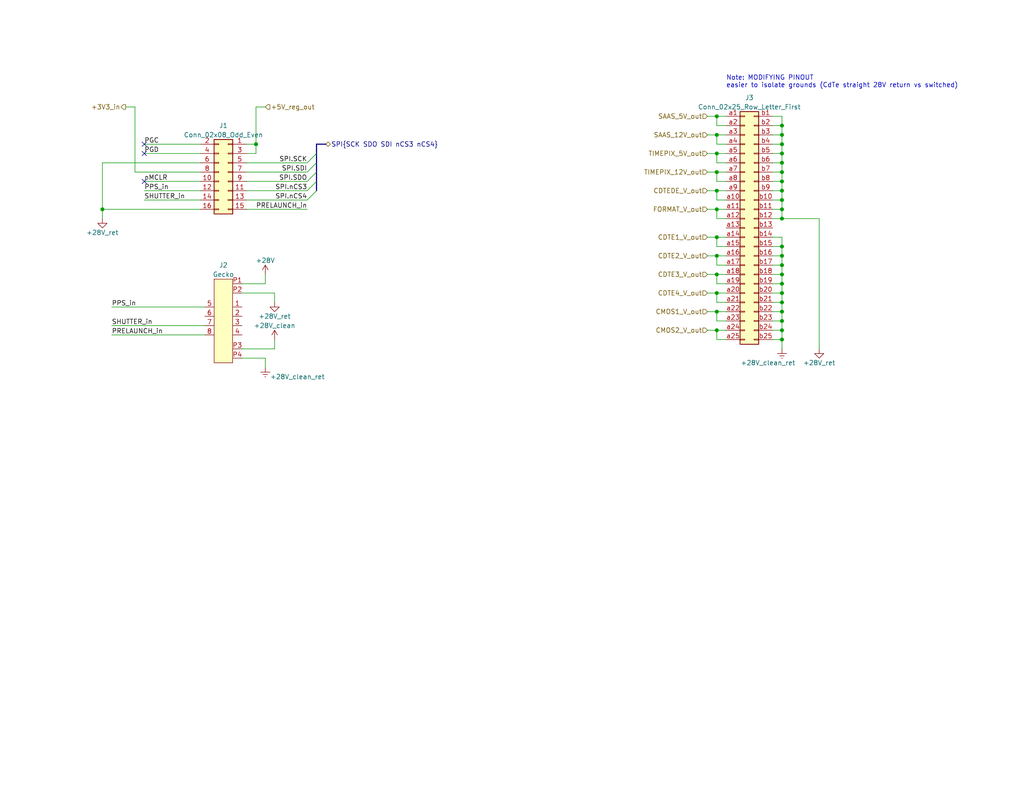
<source format=kicad_sch>
(kicad_sch (version 20230121) (generator eeschema)
  (paper "USLetter")
  (title_block (title "FOXSI-4 Power") (date "2023-05-31") (rev "2") (company "University of Minnesota"))
  (lib_symbols
    (symbol "Connector:Harwin_Gecko_2x4+1x4_Mount_Horizontal"
      (property "Reference" "J" (at 1.27 12.7 0))
      (property "Value" "Gecko" (at 0 1.27 0))
      (symbol "Harwin_Gecko_2x4+1x4_Mount_Horizontal_1_1"
        (rectangle (start -2.54 11.43) (end 2.54 -11.43) (fill (type background)))
        (pin passive line (at -5.08 3.81 0) (length 2.54) (name "") (number "1"))
        (pin passive line (at -5.08 1.27 0) (length 2.54) (name "") (number "2"))
        (pin passive line (at -5.08 -1.27 0) (length 2.54) (name "") (number "3"))
        (pin passive line (at -5.08 -3.81 0) (length 2.54) (name "") (number "4"))
        (pin passive line (at 5.08 3.81 180) (length 2.54) (name "") (number "5"))
        (pin passive line (at 5.08 1.27 180) (length 2.54) (name "") (number "6"))
        (pin passive line (at 5.08 -1.27 180) (length 2.54) (name "") (number "7"))
        (pin passive line (at 5.08 -3.81 180) (length 2.54) (name "") (number "8"))
        (pin passive line (at -5.08 10.16 0) (length 2.54) (name "") (number "P1"))
        (pin passive line (at -5.08 7.62 0) (length 2.54) (name "") (number "P2"))
        (pin passive line (at -5.08 -7.62 0) (length 2.54) (name "") (number "P3"))
        (pin passive line (at -5.08 -10.16 0) (length 2.54) (name "") (number "P4"))
      )
    )
    (symbol "Connector_Generic:Conn_02x08_Odd_Even" (pin_names (offset 1.016) hide)
      (property "Reference" "J" (at 1.27 10.16 0))
      (property "Value" "Conn_02x08_Odd_Even" (at 1.27 -12.7 0))
      (symbol "Conn_02x08_Odd_Even_1_1"
        (rectangle (start -1.27 -10.033) (end 0 -10.287) (stroke (width 0.1524)))
        (rectangle (start -1.27 -7.493) (end 0 -7.747) (stroke (width 0.1524)))
        (rectangle (start -1.27 -4.953) (end 0 -5.207) (stroke (width 0.1524)))
        (rectangle (start -1.27 -2.413) (end 0 -2.667) (stroke (width 0.1524)))
        (rectangle (start -1.27 0.127) (end 0 -0.127) (stroke (width 0.1524)))
        (rectangle (start -1.27 2.667) (end 0 2.413) (stroke (width 0.1524)))
        (rectangle (start -1.27 5.207) (end 0 4.953) (stroke (width 0.1524)))
        (rectangle (start -1.27 7.747) (end 0 7.493) (stroke (width 0.1524)))
        (rectangle (start -1.27 8.89) (end 3.81 -11.43) (stroke (width 0.254)) (fill (type background)))
        (rectangle (start 3.81 -10.033) (end 2.54 -10.287) (stroke (width 0.1524)))
        (rectangle (start 3.81 -7.493) (end 2.54 -7.747) (stroke (width 0.1524)))
        (rectangle (start 3.81 -4.953) (end 2.54 -5.207) (stroke (width 0.1524)))
        (rectangle (start 3.81 -2.413) (end 2.54 -2.667) (stroke (width 0.1524)))
        (rectangle (start 3.81 0.127) (end 2.54 -0.127) (stroke (width 0.1524)))
        (rectangle (start 3.81 2.667) (end 2.54 2.413) (stroke (width 0.1524)))
        (rectangle (start 3.81 5.207) (end 2.54 4.953) (stroke (width 0.1524)))
        (rectangle (start 3.81 7.747) (end 2.54 7.493) (stroke (width 0.1524)))
        (pin passive line (at -5.08 7.62 0) (length 3.81) (name "Pin_1") (number "1"))
        (pin passive line (at 7.62 -2.54 180) (length 3.81) (name "Pin_10") (number "10"))
        (pin passive line (at -5.08 -5.08 0) (length 3.81) (name "Pin_11") (number "11"))
        (pin passive line (at 7.62 -5.08 180) (length 3.81) (name "Pin_12") (number "12"))
        (pin passive line (at -5.08 -7.62 0) (length 3.81) (name "Pin_13") (number "13"))
        (pin passive line (at 7.62 -7.62 180) (length 3.81) (name "Pin_14") (number "14"))
        (pin passive line (at -5.08 -10.16 0) (length 3.81) (name "Pin_15") (number "15"))
        (pin passive line (at 7.62 -10.16 180) (length 3.81) (name "Pin_16") (number "16"))
        (pin passive line (at 7.62 7.62 180) (length 3.81) (name "Pin_2") (number "2"))
        (pin passive line (at -5.08 5.08 0) (length 3.81) (name "Pin_3") (number "3"))
        (pin passive line (at 7.62 5.08 180) (length 3.81) (name "Pin_4") (number "4"))
        (pin passive line (at -5.08 2.54 0) (length 3.81) (name "Pin_5") (number "5"))
        (pin passive line (at 7.62 2.54 180) (length 3.81) (name "Pin_6") (number "6"))
        (pin passive line (at -5.08 0 0) (length 3.81) (name "Pin_7") (number "7"))
        (pin passive line (at 7.62 0 180) (length 3.81) (name "Pin_8") (number "8"))
        (pin passive line (at -5.08 -2.54 0) (length 3.81) (name "Pin_9") (number "9"))
      )
    )
    (symbol "Connector_Generic:Conn_02x25_Row_Letter_First" (pin_names (offset 1.016) hide)
      (property "Reference" "J" (at 1.27 33.02 0))
      (property "Value" "Conn_02x25_Row_Letter_First" (at 1.27 -33.02 0))
      (symbol "Conn_02x25_Row_Letter_First_1_1"
        (rectangle (start -1.27 -30.353) (end 0 -30.607) (stroke (width 0.1524)))
        (rectangle (start -1.27 -27.813) (end 0 -28.067) (stroke (width 0.1524)))
        (rectangle (start -1.27 -25.273) (end 0 -25.527) (stroke (width 0.1524)))
        (rectangle (start -1.27 -22.733) (end 0 -22.987) (stroke (width 0.1524)))
        (rectangle (start -1.27 -20.193) (end 0 -20.447) (stroke (width 0.1524)))
        (rectangle (start -1.27 -17.653) (end 0 -17.907) (stroke (width 0.1524)))
        (rectangle (start -1.27 -15.113) (end 0 -15.367) (stroke (width 0.1524)))
        (rectangle (start -1.27 -12.573) (end 0 -12.827) (stroke (width 0.1524)))
        (rectangle (start -1.27 -10.033) (end 0 -10.287) (stroke (width 0.1524)))
        (rectangle (start -1.27 -7.493) (end 0 -7.747) (stroke (width 0.1524)))
        (rectangle (start -1.27 -4.953) (end 0 -5.207) (stroke (width 0.1524)))
        (rectangle (start -1.27 -2.413) (end 0 -2.667) (stroke (width 0.1524)))
        (rectangle (start -1.27 0.127) (end 0 -0.127) (stroke (width 0.1524)))
        (rectangle (start -1.27 2.667) (end 0 2.413) (stroke (width 0.1524)))
        (rectangle (start -1.27 5.207) (end 0 4.953) (stroke (width 0.1524)))
        (rectangle (start -1.27 7.747) (end 0 7.493) (stroke (width 0.1524)))
        (rectangle (start -1.27 10.287) (end 0 10.033) (stroke (width 0.1524)))
        (rectangle (start -1.27 12.827) (end 0 12.573) (stroke (width 0.1524)))
        (rectangle (start -1.27 15.367) (end 0 15.113) (stroke (width 0.1524)))
        (rectangle (start -1.27 17.907) (end 0 17.653) (stroke (width 0.1524)))
        (rectangle (start -1.27 20.447) (end 0 20.193) (stroke (width 0.1524)))
        (rectangle (start -1.27 22.987) (end 0 22.733) (stroke (width 0.1524)))
        (rectangle (start -1.27 25.527) (end 0 25.273) (stroke (width 0.1524)))
        (rectangle (start -1.27 28.067) (end 0 27.813) (stroke (width 0.1524)))
        (rectangle (start -1.27 30.607) (end 0 30.353) (stroke (width 0.1524)))
        (rectangle (start -1.27 31.75) (end 3.81 -31.75) (stroke (width 0.254)) (fill (type background)))
        (rectangle (start 3.81 -30.353) (end 2.54 -30.607) (stroke (width 0.1524)))
        (rectangle (start 3.81 -27.813) (end 2.54 -28.067) (stroke (width 0.1524)))
        (rectangle (start 3.81 -25.273) (end 2.54 -25.527) (stroke (width 0.1524)))
        (rectangle (start 3.81 -22.733) (end 2.54 -22.987) (stroke (width 0.1524)))
        (rectangle (start 3.81 -20.193) (end 2.54 -20.447) (stroke (width 0.1524)))
        (rectangle (start 3.81 -17.653) (end 2.54 -17.907) (stroke (width 0.1524)))
        (rectangle (start 3.81 -15.113) (end 2.54 -15.367) (stroke (width 0.1524)))
        (rectangle (start 3.81 -12.573) (end 2.54 -12.827) (stroke (width 0.1524)))
        (rectangle (start 3.81 -10.033) (end 2.54 -10.287) (stroke (width 0.1524)))
        (rectangle (start 3.81 -7.493) (end 2.54 -7.747) (stroke (width 0.1524)))
        (rectangle (start 3.81 -4.953) (end 2.54 -5.207) (stroke (width 0.1524)))
        (rectangle (start 3.81 -2.413) (end 2.54 -2.667) (stroke (width 0.1524)))
        (rectangle (start 3.81 0.127) (end 2.54 -0.127) (stroke (width 0.1524)))
        (rectangle (start 3.81 2.667) (end 2.54 2.413) (stroke (width 0.1524)))
        (rectangle (start 3.81 5.207) (end 2.54 4.953) (stroke (width 0.1524)))
        (rectangle (start 3.81 7.747) (end 2.54 7.493) (stroke (width 0.1524)))
        (rectangle (start 3.81 10.287) (end 2.54 10.033) (stroke (width 0.1524)))
        (rectangle (start 3.81 12.827) (end 2.54 12.573) (stroke (width 0.1524)))
        (rectangle (start 3.81 15.367) (end 2.54 15.113) (stroke (width 0.1524)))
        (rectangle (start 3.81 17.907) (end 2.54 17.653) (stroke (width 0.1524)))
        (rectangle (start 3.81 20.447) (end 2.54 20.193) (stroke (width 0.1524)))
        (rectangle (start 3.81 22.987) (end 2.54 22.733) (stroke (width 0.1524)))
        (rectangle (start 3.81 25.527) (end 2.54 25.273) (stroke (width 0.1524)))
        (rectangle (start 3.81 28.067) (end 2.54 27.813) (stroke (width 0.1524)))
        (rectangle (start 3.81 30.607) (end 2.54 30.353) (stroke (width 0.1524)))
        (pin passive line (at -5.08 30.48 0) (length 3.81) (name "Pin_a1") (number "a1"))
        (pin passive line (at -5.08 7.62 0) (length 3.81) (name "Pin_a10") (number "a10"))
        (pin passive line (at -5.08 5.08 0) (length 3.81) (name "Pin_a11") (number "a11"))
        (pin passive line (at -5.08 2.54 0) (length 3.81) (name "Pin_a12") (number "a12"))
        (pin passive line (at -5.08 0 0) (length 3.81) (name "Pin_a13") (number "a13"))
        (pin passive line (at -5.08 -2.54 0) (length 3.81) (name "Pin_a14") (number "a14"))
        (pin passive line (at -5.08 -5.08 0) (length 3.81) (name "Pin_a15") (number "a15"))
        (pin passive line (at -5.08 -7.62 0) (length 3.81) (name "Pin_a16") (number "a16"))
        (pin passive line (at -5.08 -10.16 0) (length 3.81) (name "Pin_a17") (number "a17"))
        (pin passive line (at -5.08 -12.7 0) (length 3.81) (name "Pin_a18") (number "a18"))
        (pin passive line (at -5.08 -15.24 0) (length 3.81) (name "Pin_a19") (number "a19"))
        (pin passive line (at -5.08 27.94 0) (length 3.81) (name "Pin_a2") (number "a2"))
        (pin passive line (at -5.08 -17.78 0) (length 3.81) (name "Pin_a20") (number "a20"))
        (pin passive line (at -5.08 -20.32 0) (length 3.81) (name "Pin_a21") (number "a21"))
        (pin passive line (at -5.08 -22.86 0) (length 3.81) (name "Pin_a22") (number "a22"))
        (pin passive line (at -5.08 -25.4 0) (length 3.81) (name "Pin_a23") (number "a23"))
        (pin passive line (at -5.08 -27.94 0) (length 3.81) (name "Pin_a24") (number "a24"))
        (pin passive line (at -5.08 -30.48 0) (length 3.81) (name "Pin_a25") (number "a25"))
        (pin passive line (at -5.08 25.4 0) (length 3.81) (name "Pin_a3") (number "a3"))
        (pin passive line (at -5.08 22.86 0) (length 3.81) (name "Pin_a4") (number "a4"))
        (pin passive line (at -5.08 20.32 0) (length 3.81) (name "Pin_a5") (number "a5"))
        (pin passive line (at -5.08 17.78 0) (length 3.81) (name "Pin_a6") (number "a6"))
        (pin passive line (at -5.08 15.24 0) (length 3.81) (name "Pin_a7") (number "a7"))
        (pin passive line (at -5.08 12.7 0) (length 3.81) (name "Pin_a8") (number "a8"))
        (pin passive line (at -5.08 10.16 0) (length 3.81) (name "Pin_a9") (number "a9"))
        (pin passive line (at 7.62 30.48 180) (length 3.81) (name "Pin_b1") (number "b1"))
        (pin passive line (at 7.62 7.62 180) (length 3.81) (name "Pin_b10") (number "b10"))
        (pin passive line (at 7.62 5.08 180) (length 3.81) (name "Pin_b11") (number "b11"))
        (pin passive line (at 7.62 2.54 180) (length 3.81) (name "Pin_b12") (number "b12"))
        (pin passive line (at 7.62 0 180) (length 3.81) (name "Pin_b13") (number "b13"))
        (pin passive line (at 7.62 -2.54 180) (length 3.81) (name "Pin_b14") (number "b14"))
        (pin passive line (at 7.62 -5.08 180) (length 3.81) (name "Pin_b15") (number "b15"))
        (pin passive line (at 7.62 -7.62 180) (length 3.81) (name "Pin_b16") (number "b16"))
        (pin passive line (at 7.62 -10.16 180) (length 3.81) (name "Pin_b17") (number "b17"))
        (pin passive line (at 7.62 -12.7 180) (length 3.81) (name "Pin_b18") (number "b18"))
        (pin passive line (at 7.62 -15.24 180) (length 3.81) (name "Pin_b19") (number "b19"))
        (pin passive line (at 7.62 27.94 180) (length 3.81) (name "Pin_b2") (number "b2"))
        (pin passive line (at 7.62 -17.78 180) (length 3.81) (name "Pin_b20") (number "b20"))
        (pin passive line (at 7.62 -20.32 180) (length 3.81) (name "Pin_b21") (number "b21"))
        (pin passive line (at 7.62 -22.86 180) (length 3.81) (name "Pin_b22") (number "b22"))
        (pin passive line (at 7.62 -25.4 180) (length 3.81) (name "Pin_b23") (number "b23"))
        (pin passive line (at 7.62 -27.94 180) (length 3.81) (name "Pin_b24") (number "b24"))
        (pin passive line (at 7.62 -30.48 180) (length 3.81) (name "Pin_b25") (number "b25"))
        (pin passive line (at 7.62 25.4 180) (length 3.81) (name "Pin_b3") (number "b3"))
        (pin passive line (at 7.62 22.86 180) (length 3.81) (name "Pin_b4") (number "b4"))
        (pin passive line (at 7.62 20.32 180) (length 3.81) (name "Pin_b5") (number "b5"))
        (pin passive line (at 7.62 17.78 180) (length 3.81) (name "Pin_b6") (number "b6"))
        (pin passive line (at 7.62 15.24 180) (length 3.81) (name "Pin_b7") (number "b7"))
        (pin passive line (at 7.62 12.7 180) (length 3.81) (name "Pin_b8") (number "b8"))
        (pin passive line (at 7.62 10.16 180) (length 3.81) (name "Pin_b9") (number "b9"))
      )
    )
    (symbol "power:+28V" (power) (pin_names (offset 0))
      (property "Value" "+28V" (at 0 3.81 0))
      (symbol "+28V_0_1"
        (polyline (pts (xy -0.762 1.27) (xy 0 2.54)))
        (polyline (pts (xy 0 0) (xy 0 2.54)))
        (polyline (pts (xy 0 2.54) (xy 0.762 1.27)))
      )
      (symbol "+28V_1_1"
        (pin power_in line (at 0 0 90) (length 0) hide (name "+28V") (number "1"))
      )
    )
    (symbol "power:+28V_clean" (power) (pin_names (offset 0))
      (property "Value" "+28V_clean" (at 0 3.556 0))
      (symbol "+28V_clean_0_1"
        (polyline (pts (xy -0.762 1.27) (xy 0 2.54)))
        (polyline (pts (xy 0 0) (xy 0 2.54)))
        (polyline (pts (xy 0 2.54) (xy 0.762 1.27)))
      )
      (symbol "+28V_clean_1_1"
        (pin power_in line (at 0 0 90) (length 0) hide (name "+28V_clean") (number "1"))
      )
    )
    (symbol "power:+28V_clean_ret" (power) (pin_names (offset 0))
      (symbol "+28V_clean_ret_0_1"
        (polyline (pts (xy -0.635 -1.905) (xy 0.635 -1.905)))
        (polyline (pts (xy -0.127 -2.54) (xy 0.127 -2.54)))
        (polyline (pts (xy 0 -1.27) (xy 0 0)))
        (polyline (pts (xy 1.27 -1.27) (xy -1.27 -1.27)))
      )
      (symbol "+28V_clean_ret_1_1"
        (pin power_in line (at 0 0 270) (length 0) hide (name "+28V_clean_ret") (number "1"))
      )
    )
    (symbol "power:+28V_ret" (power) (pin_names (offset 0))
      (property "Value" "+28V_ret" (at 0 -3.81 0))
      (symbol "+28V_ret_0_1"
        (polyline (pts (xy 0 0) (xy 0 -1.27) (xy 1.27 -1.27) (xy 0 -2.54) (xy -1.27 -1.27) (xy 0 -1.27)))
      )
      (symbol "+28V_ret_1_1"
        (pin power_in line (at 0 0 270) (length 0) hide (name "+28V_ret") (number "1"))
      )
    )
  )
  (junction (at 213.36 57.15))
  (junction (at 195.58 64.77))
  (junction (at 195.58 57.15))
  (junction (at 213.36 39.37))
  (junction (at 213.36 69.85))
  (junction (at 195.58 80.01))
  (junction (at 213.36 87.63))
  (junction (at 213.36 44.45))
  (junction (at 195.58 85.09))
  (junction (at 213.36 34.29))
  (junction (at 213.36 85.09))
  (junction (at 69.85 39.37))
  (junction (at 27.94 57.15))
  (junction (at 213.36 36.83))
  (junction (at 195.58 69.85))
  (junction (at 195.58 36.83))
  (junction (at 213.36 46.99))
  (junction (at 195.58 46.99))
  (junction (at 213.36 54.61))
  (junction (at 213.36 59.69))
  (junction (at 213.36 90.17))
  (junction (at 213.36 49.53))
  (junction (at 195.58 52.07))
  (junction (at 213.36 41.91))
  (junction (at 195.58 31.75))
  (junction (at 213.36 77.47))
  (junction (at 195.58 90.17))
  (junction (at 195.58 41.91))
  (junction (at 213.36 82.55))
  (junction (at 213.36 92.71))
  (junction (at 213.36 72.39))
  (junction (at 213.36 67.31))
  (junction (at 213.36 80.01))
  (junction (at 195.58 74.93))
  (junction (at 213.36 74.93))
  (junction (at 213.36 52.07))
  (no_connect (at 39.37 41.91))
  (no_connect (at 39.37 49.53))
  (no_connect (at 39.37 39.37))
  (bus_entry (at 83.82 52.07) (size 2.54 -2.54))
  (bus_entry (at 83.82 46.99) (size 2.54 -2.54))
  (bus_entry (at 83.82 54.61) (size 2.54 -2.54))
  (bus_entry (at 83.82 49.53) (size 2.54 -2.54))
  (bus_entry (at 83.82 44.45) (size 2.54 -2.54))
  (wire (pts (xy 27.94 57.15) (xy 54.61 57.15)))
  (wire (pts (xy 193.04 64.77) (xy 195.58 64.77)))
  (wire (pts (xy 198.12 31.75) (xy 195.58 31.75)))
  (wire (pts (xy 213.36 31.75) (xy 213.36 34.29)))
  (wire (pts (xy 210.82 72.39) (xy 213.36 72.39)))
  (wire (pts (xy 210.82 85.09) (xy 213.36 85.09)))
  (wire (pts (xy 67.31 57.15) (xy 83.82 57.15)))
  (wire (pts (xy 198.12 85.09) (xy 195.58 85.09)))
  (wire (pts (xy 213.36 36.83) (xy 213.36 39.37)))
  (wire (pts (xy 213.36 49.53) (xy 213.36 52.07)))
  (wire (pts (xy 195.58 82.55) (xy 198.12 82.55)))
  (wire (pts (xy 193.04 46.99) (xy 195.58 46.99)))
  (wire (pts (xy 195.58 46.99) (xy 195.58 49.53)))
  (wire (pts (xy 193.04 57.15) (xy 195.58 57.15)))
  (wire (pts (xy 39.37 54.61) (xy 54.61 54.61)))
  (wire (pts (xy 198.12 57.15) (xy 195.58 57.15)))
  (wire (pts (xy 195.58 69.85) (xy 195.58 72.39)))
  (wire (pts (xy 195.58 67.31) (xy 198.12 67.31)))
  (wire (pts (xy 198.12 36.83) (xy 195.58 36.83)))
  (wire (pts (xy 193.04 41.91) (xy 195.58 41.91)))
  (wire (pts (xy 213.36 44.45) (xy 213.36 46.99)))
  (wire (pts (xy 66.04 97.79) (xy 72.39 97.79)))
  (wire (pts (xy 69.85 39.37) (xy 69.85 41.91)))
  (wire (pts (xy 195.58 92.71) (xy 198.12 92.71)))
  (wire (pts (xy 67.31 39.37) (xy 69.85 39.37)))
  (wire (pts (xy 213.36 92.71) (xy 213.36 95.25)))
  (wire (pts (xy 55.88 83.82) (xy 30.48 83.82)))
  (wire (pts (xy 193.04 31.75) (xy 195.58 31.75)))
  (wire (pts (xy 67.31 52.07) (xy 83.82 52.07)))
  (wire (pts (xy 195.58 34.29) (xy 198.12 34.29)))
  (wire (pts (xy 195.58 85.09) (xy 195.58 87.63)))
  (wire (pts (xy 213.36 57.15) (xy 213.36 59.69)))
  (wire (pts (xy 210.82 69.85) (xy 213.36 69.85)))
  (wire (pts (xy 198.12 69.85) (xy 195.58 69.85)))
  (wire (pts (xy 210.82 52.07) (xy 213.36 52.07)))
  (wire (pts (xy 72.39 97.79) (xy 72.39 100.33)))
  (wire (pts (xy 213.36 39.37) (xy 213.36 41.91)))
  (wire (pts (xy 74.93 95.25) (xy 66.04 95.25)))
  (wire (pts (xy 67.31 41.91) (xy 69.85 41.91)))
  (wire (pts (xy 27.94 44.45) (xy 27.94 57.15)))
  (bus (pts (xy 86.36 49.53) (xy 86.36 46.99)))
  (wire (pts (xy 213.36 54.61) (xy 213.36 57.15)))
  (wire (pts (xy 39.37 41.91) (xy 54.61 41.91)))
  (wire (pts (xy 210.82 31.75) (xy 213.36 31.75)))
  (wire (pts (xy 213.36 72.39) (xy 213.36 69.85)))
  (wire (pts (xy 198.12 80.01) (xy 195.58 80.01)))
  (wire (pts (xy 193.04 90.17) (xy 195.58 90.17)))
  (wire (pts (xy 210.82 87.63) (xy 213.36 87.63)))
  (wire (pts (xy 213.36 34.29) (xy 213.36 36.83)))
  (wire (pts (xy 55.88 88.9) (xy 30.48 88.9)))
  (wire (pts (xy 213.36 92.71) (xy 213.36 90.17)))
  (wire (pts (xy 67.31 44.45) (xy 83.82 44.45)))
  (wire (pts (xy 195.58 39.37) (xy 198.12 39.37)))
  (wire (pts (xy 195.58 90.17) (xy 195.58 92.71)))
  (wire (pts (xy 193.04 52.07) (xy 195.58 52.07)))
  (wire (pts (xy 213.36 46.99) (xy 213.36 49.53)))
  (wire (pts (xy 195.58 87.63) (xy 198.12 87.63)))
  (bus (pts (xy 86.36 44.45) (xy 86.36 41.91)))
  (wire (pts (xy 210.82 90.17) (xy 213.36 90.17)))
  (wire (pts (xy 195.58 59.69) (xy 198.12 59.69)))
  (wire (pts (xy 54.61 44.45) (xy 27.94 44.45)))
  (wire (pts (xy 39.37 49.53) (xy 54.61 49.53)))
  (wire (pts (xy 66.04 80.01) (xy 74.93 80.01)))
  (wire (pts (xy 213.36 59.69) (xy 223.52 59.69)))
  (wire (pts (xy 210.82 92.71) (xy 213.36 92.71)))
  (wire (pts (xy 198.12 64.77) (xy 195.58 64.77)))
  (wire (pts (xy 210.82 82.55) (xy 213.36 82.55)))
  (wire (pts (xy 66.04 77.47) (xy 72.39 77.47)))
  (wire (pts (xy 213.36 74.93) (xy 213.36 72.39)))
  (wire (pts (xy 69.85 29.21) (xy 69.85 39.37)))
  (wire (pts (xy 210.82 67.31) (xy 213.36 67.31)))
  (wire (pts (xy 210.82 34.29) (xy 213.36 34.29)))
  (wire (pts (xy 195.58 74.93) (xy 195.58 77.47)))
  (wire (pts (xy 210.82 49.53) (xy 213.36 49.53)))
  (wire (pts (xy 74.93 92.71) (xy 74.93 95.25)))
  (wire (pts (xy 210.82 46.99) (xy 213.36 46.99)))
  (wire (pts (xy 213.36 77.47) (xy 213.36 74.93)))
  (wire (pts (xy 210.82 64.77) (xy 213.36 64.77)))
  (wire (pts (xy 67.31 49.53) (xy 83.82 49.53)))
  (wire (pts (xy 210.82 54.61) (xy 213.36 54.61)))
  (wire (pts (xy 72.39 74.93) (xy 72.39 77.47)))
  (bus (pts (xy 86.36 39.37) (xy 88.9 39.37)))
  (wire (pts (xy 67.31 46.99) (xy 83.82 46.99)))
  (wire (pts (xy 213.36 82.55) (xy 213.36 80.01)))
  (wire (pts (xy 195.58 31.75) (xy 195.58 34.29)))
  (wire (pts (xy 195.58 64.77) (xy 195.58 67.31)))
  (wire (pts (xy 210.82 77.47) (xy 213.36 77.47)))
  (wire (pts (xy 27.94 57.15) (xy 27.94 59.69)))
  (wire (pts (xy 55.88 91.44) (xy 30.48 91.44)))
  (wire (pts (xy 74.93 80.01) (xy 74.93 82.55)))
  (wire (pts (xy 195.58 44.45) (xy 198.12 44.45)))
  (wire (pts (xy 198.12 52.07) (xy 195.58 52.07)))
  (wire (pts (xy 210.82 39.37) (xy 213.36 39.37)))
  (wire (pts (xy 195.58 54.61) (xy 198.12 54.61)))
  (wire (pts (xy 210.82 80.01) (xy 213.36 80.01)))
  (wire (pts (xy 213.36 90.17) (xy 213.36 87.63)))
  (wire (pts (xy 39.37 39.37) (xy 54.61 39.37)))
  (wire (pts (xy 67.31 54.61) (xy 83.82 54.61)))
  (wire (pts (xy 195.58 52.07) (xy 195.58 54.61)))
  (wire (pts (xy 69.85 29.21) (xy 72.39 29.21)))
  (wire (pts (xy 210.82 59.69) (xy 213.36 59.69)))
  (wire (pts (xy 213.36 69.85) (xy 213.36 67.31)))
  (wire (pts (xy 195.58 72.39) (xy 198.12 72.39)))
  (wire (pts (xy 36.83 46.99) (xy 54.61 46.99)))
  (wire (pts (xy 198.12 46.99) (xy 195.58 46.99)))
  (wire (pts (xy 213.36 52.07) (xy 213.36 54.61)))
  (wire (pts (xy 213.36 80.01) (xy 213.36 77.47)))
  (wire (pts (xy 210.82 44.45) (xy 213.36 44.45)))
  (wire (pts (xy 210.82 36.83) (xy 213.36 36.83)))
  (wire (pts (xy 210.82 41.91) (xy 213.36 41.91)))
  (wire (pts (xy 195.58 80.01) (xy 195.58 82.55)))
  (wire (pts (xy 198.12 90.17) (xy 195.58 90.17)))
  (wire (pts (xy 195.58 77.47) (xy 198.12 77.47)))
  (wire (pts (xy 193.04 80.01) (xy 195.58 80.01)))
  (wire (pts (xy 34.29 29.21) (xy 36.83 29.21)))
  (wire (pts (xy 195.58 49.53) (xy 198.12 49.53)))
  (wire (pts (xy 39.37 52.07) (xy 54.61 52.07)))
  (bus (pts (xy 86.36 46.99) (xy 86.36 44.45)))
  (wire (pts (xy 193.04 85.09) (xy 195.58 85.09)))
  (wire (pts (xy 195.58 57.15) (xy 195.58 59.69)))
  (wire (pts (xy 198.12 74.93) (xy 195.58 74.93)))
  (wire (pts (xy 193.04 69.85) (xy 195.58 69.85)))
  (wire (pts (xy 195.58 36.83) (xy 195.58 39.37)))
  (wire (pts (xy 213.36 87.63) (xy 213.36 85.09)))
  (wire (pts (xy 198.12 41.91) (xy 195.58 41.91)))
  (bus (pts (xy 86.36 41.91) (xy 86.36 39.37)))
  (wire (pts (xy 213.36 64.77) (xy 213.36 67.31)))
  (wire (pts (xy 195.58 41.91) (xy 195.58 44.45)))
  (wire (pts (xy 213.36 85.09) (xy 213.36 82.55)))
  (wire (pts (xy 213.36 41.91) (xy 213.36 44.45)))
  (bus (pts (xy 86.36 52.07) (xy 86.36 49.53)))
  (wire (pts (xy 210.82 74.93) (xy 213.36 74.93)))
  (wire (pts (xy 210.82 57.15) (xy 213.36 57.15)))
  (wire (pts (xy 36.83 29.21) (xy 36.83 46.99)))
  (wire (pts (xy 223.52 59.69) (xy 223.52 95.25)))
  (wire (pts (xy 193.04 36.83) (xy 195.58 36.83)))
  (wire (pts (xy 193.04 74.93) (xy 195.58 74.93)))
  (text "Note: MODIFYING PINOUT\neasier to isolate grounds (CdTe straight 28V return vs switched)" (at 198.12 24.13 0) (effects (font (size 1.27 1.27)) (justify left bottom)))
  (label "PPS_in" (at 39.37 52.07 0))
  (label "PRELAUNCH_in" (at 30.48 91.44 0))
  (label "SPI.SCK" (at 83.82 44.45 180))
  (label "SPI.SDI" (at 83.82 46.99 180))
  (label "SPI.nCS4" (at 83.82 54.61 180))
  (label "SHUTTER_in" (at 30.48 88.9 0))
  (label "PPS_in" (at 30.48 83.82 0))
  (label "nMCLR" (at 39.37 49.53 0))
  (label "SPI.nCS3" (at 83.82 52.07 180))
  (label "PGD" (at 39.37 41.91 0))
  (label "PGC" (at 39.37 39.37 0))
  (label "PRELAUNCH_in" (at 83.82 57.15 180))
  (label "SPI.SDO" (at 83.82 49.53 180))
  (label "SHUTTER_in" (at 39.37 54.61 0))
  (hierarchical_label "CDTE2_V_out" (shape input) (at 193.04 69.85 180))
  (hierarchical_label "SAAS_12V_out" (shape input) (at 193.04 36.83 180))
  (hierarchical_label "CDTE3_V_out" (shape input) (at 193.04 74.93 180))
  (hierarchical_label "CDTEDE_V_out" (shape input) (at 193.04 52.07 180))
  (hierarchical_label "SAAS_5V_out" (shape input) (at 193.04 31.75 180))
  (hierarchical_label "FORMAT_V_out" (shape input) (at 193.04 57.15 180))
  (hierarchical_label "CDTE1_V_out" (shape input) (at 193.04 64.77 180))
  (hierarchical_label "CDTE4_V_out" (shape input) (at 193.04 80.01 180))
  (hierarchical_label "TIMEPIX_12V_out" (shape input) (at 193.04 46.99 180))
  (hierarchical_label "+5V_reg_out" (shape input) (at 72.39 29.21 0))
  (hierarchical_label "CMOS2_V_out" (shape input) (at 193.04 90.17 180))
  (hierarchical_label "TIMEPIX_5V_out" (shape input) (at 193.04 41.91 180))
  (hierarchical_label "SPI{SCK SDO SDI nCS3 nCS4}" (shape bidirectional) (at 88.9 39.37 0))
  (hierarchical_label "+3V3_in" (shape output) (at 34.29 29.21 180))
  (hierarchical_label "CMOS1_V_out" (shape input) (at 193.04 85.09 180))
  (symbol (lib_id "power:+28V_clean_ret") (at 213.36 95.25 0) (unit 1)
    (property "Reference" "#PWR08" (effects hide))
    (property "Value" "+28V_clean_ret" (at 209.55 99.06 0))
    (instances (project "power" (path "" (reference "#PWR08") (unit 1)) (path "" (reference "#PWR027") (unit 1))))
  )
  (symbol (lib_id "Connector:Harwin_Gecko_2x4+1x4_Mount_Horizontal") (at 60.96 87.63 0) (mirror y) (unit 1)
    (property "Reference" "J2" (at 60.96 72.39 0))
    (property "Value" "Gecko" (at 60.96 74.93 0))
    (property "Footprint" "Connector_Harwin:Harwin_Gecko-G125-MH10805M4-2AD2ADP_Horizontal" (effects hide))
    (property "Datasheet" "https://cdn.harwin.com/pdfs/G125-MHX0805M4-2AD2ADP.pdf" (effects hide))
  )
  (symbol (lib_id "power:+28V_ret") (at 74.93 82.55 0) (unit 1)
    (property "Reference" "#PWR09" (effects hide))
    (property "Value" "+28V_ret" (at 74.93 86.36 0))
    (instances (project "power" (path "" (reference "#PWR09") (unit 1)) (path "" (reference "#PWR05") (unit 1))))
  )
  (symbol (lib_id "power:+28V_ret") (at 223.52 95.25 0) (unit 1)
    (property "Reference" "#PWR09" (effects hide))
    (property "Value" "+28V_ret" (at 223.52 99.06 0))
    (instances (project "power" (path "" (reference "#PWR09") (unit 1)) (path "" (reference "#PWR028") (unit 1))))
  )
  (symbol (lib_id "power:+28V") (at 72.39 74.93 0) (unit 1)
    (property "Reference" "#PWR02" (effects hide))
    (property "Value" "+28V" (at 72.39 71.12 0))
  )
  (symbol (lib_id "power:+28V_ret") (at 27.94 59.69 0) (unit 1)
    (property "Reference" "#PWR09" (effects hide))
    (property "Value" "+28V_ret" (at 27.94 63.5 0))
    (instances (project "power" (path "" (reference "#PWR09") (unit 1)) (path "" (reference "#PWR010") (unit 1))))
  )
  (symbol (lib_id "power:+28V_clean_ret") (at 72.39 100.33 0) (unit 1)
    (property "Reference" "#PWR08" (effects hide))
    (property "Value" "+28V_clean_ret" (at 73.66 102.87 0) (effects (justify left)))
    (instances (project "power" (path "" (reference "#PWR08") (unit 1)) (path "" (reference "#PWR03") (unit 1))))
  )
  (symbol (lib_id "Connector_Generic:Conn_02x08_Odd_Even") (at 62.23 46.99 0) (mirror y) (unit 1)
    (property "Reference" "J1" (at 60.96 34.29 0))
    (property "Value" "Conn_02x08_Odd_Even" (at 60.96 36.83 0))
    (property "Footprint" "Connector_PinHeader_2.54mm:PinHeader_2x08_P2.54mm_Vertical" (effects hide))
  )
  (symbol (lib_id "Connector_Generic:Conn_02x25_Row_Letter_First") (at 203.2 62.23 0) (unit 1)
    (property "Reference" "J3" (at 204.47 26.67 0))
    (property "Value" "Conn_02x25_Row_Letter_First" (at 204.47 29.21 0))
    (property "Footprint" "Connector_Harwin:Harwin_JTek-Male_2x25_P2.00mm_Vertical" (effects hide))
  )
  (symbol (lib_id "power:+28V_clean") (at 74.93 92.71 0) (unit 1)
    (property "Reference" "#PWR04" (effects hide))
    (property "Value" "+28V_clean" (at 74.93 88.9 0))
  )
)
</source>
